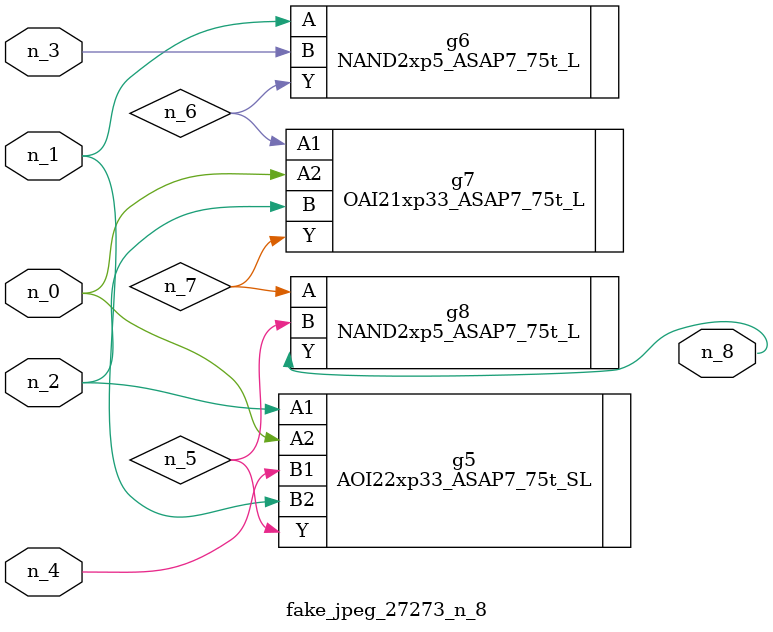
<source format=v>
module fake_jpeg_27273_n_8 (n_3, n_2, n_1, n_0, n_4, n_8);

input n_3;
input n_2;
input n_1;
input n_0;
input n_4;

output n_8;

wire n_6;
wire n_5;
wire n_7;

AOI22xp33_ASAP7_75t_SL g5 ( 
.A1(n_2),
.A2(n_0),
.B1(n_4),
.B2(n_1),
.Y(n_5)
);

NAND2xp5_ASAP7_75t_L g6 ( 
.A(n_1),
.B(n_3),
.Y(n_6)
);

OAI21xp33_ASAP7_75t_L g7 ( 
.A1(n_6),
.A2(n_0),
.B(n_2),
.Y(n_7)
);

NAND2xp5_ASAP7_75t_L g8 ( 
.A(n_7),
.B(n_5),
.Y(n_8)
);


endmodule
</source>
